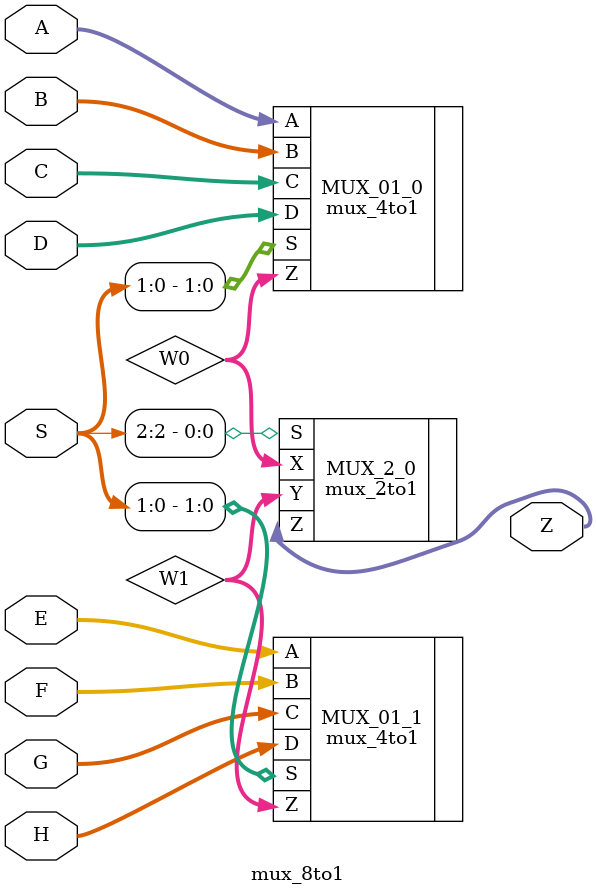
<source format=v>
`timescale 1ns / 1ps
`default_nettype none //helps catch typo-related bugs
module mux_8to1(A,B,C,D,E,F,G,H,S,Z);

	//parameter definitions
	parameter BUSSIZE = 32;	//define size of input or output buses

	//port definitions - customize for different bit widths
	input wire [BUSSIZE-1:0] A,B,C,D,E,F,G,H;
	input wire [2:0] S;
	output wire [BUSSIZE-1:0] Z;
	
	wire [BUSSIZE-1:0]  W0, W1;
	
	mux_4to1 MUX_01_0(.A(A), .B(B), .C(C), .D(D), .S(S[1:0]), .Z(W0));
	mux_4to1 MUX_01_1(.A(E), .B(F), .C(G), .D(H), .S(S[1:0]), .Z(W1));
	mux_2to1 MUX_2_0(.X(W0), .Y(W1), .S(S[2]), .Z(Z));

endmodule
`default_nettype wire //some Xilinx IP requires that the default_nettype be set to wire

</source>
